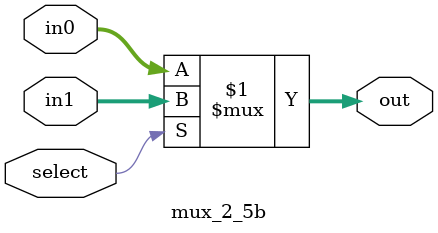
<source format=v>
module mux_2_5b(out, select, in0, in1);

    input select;
    input [4:0] in0, in1;
    output [4:0] out;
    assign out = select ? in1 : in0;

endmodule
</source>
